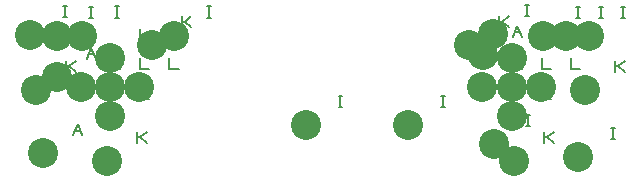
<source format=gbr>
G04 EasyPC Gerber Version 21.0.3 Build 4286 *
G04 #@! TF.Part,Single*
G04 #@! TF.FileFunction,Drillmap *
G04 #@! TF.FilePolarity,Positive *
%FSLAX35Y35*%
%MOMM*%
%ADD28C,0.12700*%
G04 #@! TA.AperFunction,ComponentPad*
%ADD75C,2.54000*%
X0Y0D02*
D02*
D28*
X726180Y1709950D02*
X757930D01*
X742060D02*
Y1805200D01*
X726180D02*
X757930D01*
X754420Y1248740D02*
Y1343990D01*
Y1296370D02*
X778230D01*
X833800Y1343990*
X778230Y1296370D02*
X833800Y1248740D01*
X809870Y712450D02*
X849560Y807700D01*
X889250Y712450*
X825750Y752140D02*
X873370D01*
X924870Y1357450D02*
X964560Y1452700D01*
X1004250Y1357450*
X940750Y1397140D02*
X988370D01*
X948680Y1706950D02*
X980430D01*
X964560D02*
Y1802200D01*
X948680D02*
X980430D01*
X1129900Y1365200D02*
Y1269950D01*
X1209280*
X1163680Y1707450D02*
X1195430D01*
X1179560D02*
Y1802700D01*
X1163680D02*
X1195430D01*
X1355460Y647700D02*
Y742950D01*
Y695330D02*
X1379270D01*
X1434840Y742950*
X1379270Y695330D02*
X1434840Y647700D01*
X1377380Y1117710D02*
Y1022460D01*
X1456760*
X1377380Y1365200D02*
Y1269950D01*
X1456760*
X1377380Y1612690D02*
Y1517440D01*
X1456760*
X1624870Y1365200D02*
Y1269950D01*
X1704250*
X1733760Y1627040D02*
Y1722290D01*
Y1674670D02*
X1757570D01*
X1813140Y1722290*
X1757570Y1674670D02*
X1813140Y1627040D01*
X1943680Y1707450D02*
X1975430D01*
X1959560D02*
Y1802700D01*
X1943680D02*
X1975430D01*
X3058680Y952450D02*
X3090430D01*
X3074560D02*
Y1047700D01*
X3058680D02*
X3090430D01*
X3926180Y952450D02*
X3957930D01*
X3942060D02*
Y1047700D01*
X3926180D02*
X3957930D01*
X4420980Y1627040D02*
Y1722290D01*
Y1674670D02*
X4444790D01*
X4500360Y1722290*
X4444790Y1674670D02*
X4500360Y1627040D01*
X4529870Y1365200D02*
Y1269950D01*
X4609250*
X4532370Y1544950D02*
X4572060Y1640200D01*
X4611750Y1544950*
X4548250Y1584640D02*
X4595870D01*
X4641180Y1719950D02*
X4672930D01*
X4657060D02*
Y1815200D01*
X4641180D02*
X4672930D01*
X4648680Y789950D02*
X4680430D01*
X4664560D02*
Y885200D01*
X4648680D02*
X4680430D01*
X4777360Y1117710D02*
Y1022460D01*
X4856740*
X4777360Y1365200D02*
Y1269950D01*
X4856740*
X4777360Y1612690D02*
Y1517440D01*
X4856740*
X4799280Y647700D02*
Y742950D01*
Y695330D02*
X4823090D01*
X4878660Y742950*
X4823090Y695330D02*
X4878660Y647700D01*
X5024840Y1365200D02*
Y1269950D01*
X5104220*
X5068680Y1704950D02*
X5100430D01*
X5084560D02*
Y1800200D01*
X5068680D02*
X5100430D01*
X5266180Y1704950D02*
X5297930D01*
X5282060D02*
Y1800200D01*
X5266180D02*
X5297930D01*
X5366180Y677450D02*
X5397930D01*
X5382060D02*
Y772700D01*
X5366180D02*
X5397930D01*
X5400320Y1248740D02*
Y1343990D01*
Y1296370D02*
X5424130D01*
X5479700Y1343990*
X5424130Y1296370D02*
X5479700Y1248740D01*
X5453680Y1704950D02*
X5485430D01*
X5469560D02*
Y1800200D01*
X5453680D02*
X5485430D01*
D02*
D75*
X448370Y1559140D03*
X500420Y1097930D03*
X555870Y561640D03*
X670870Y1206640D03*
Y1556140D03*
X875900Y1119140D03*
X885870Y1556640D03*
X1101460Y496890D03*
X1123380Y871650D03*
Y1119140D03*
Y1366630D03*
X1370870Y1119140D03*
X1479760Y1476230D03*
X1665870Y1556640D03*
X2780870Y801640D03*
X3648370D03*
X4166980Y1476230D03*
X4275870Y1119140D03*
X4278370Y1394140D03*
X4363370Y1569140D03*
X4370870Y639140D03*
X4523360Y871650D03*
Y1119140D03*
Y1366630D03*
X4545280Y496890D03*
X4770840Y1119140D03*
X4790870Y1554140D03*
X4988370D03*
X5088370Y526640D03*
X5146320Y1097930D03*
X5175870Y1554140D03*
X0Y0D02*
M02*

</source>
